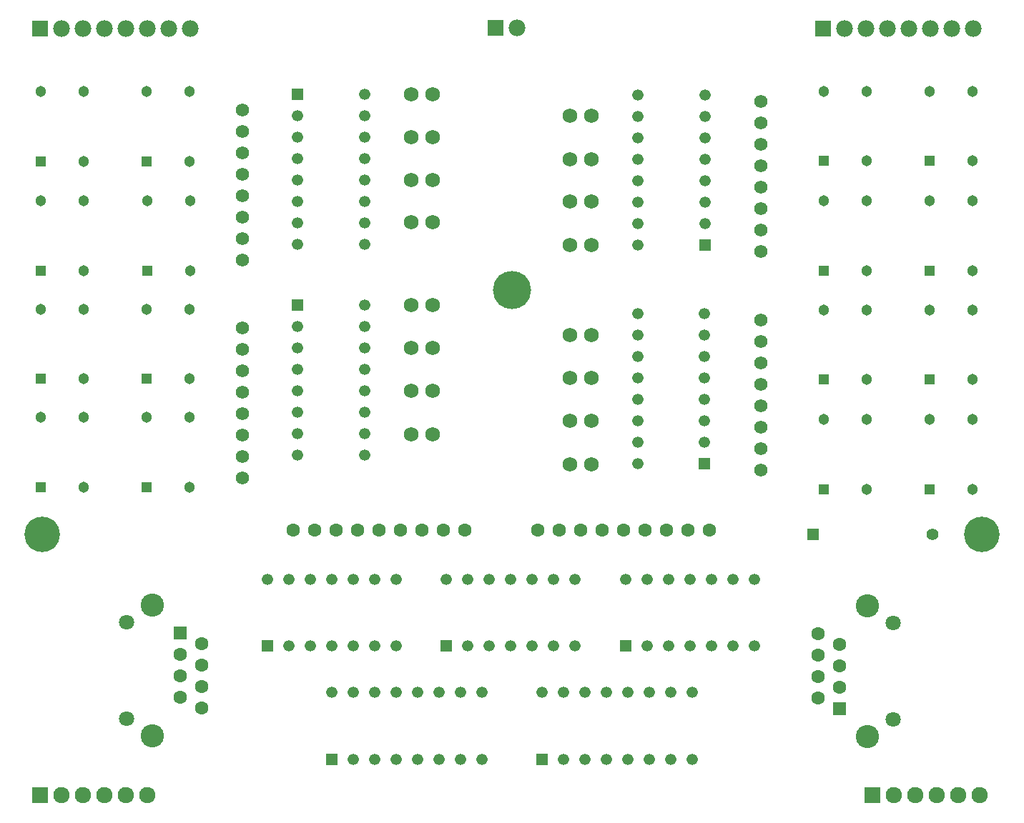
<source format=gbr>
G04*
G04 #@! TF.GenerationSoftware,Altium Limited,Altium Designer,23.7.1 (13)*
G04*
G04 Layer_Color=16711935*
%FSLAX44Y44*%
%MOMM*%
G71*
G04*
G04 #@! TF.SameCoordinates,0CFD8679-3099-4179-8082-645FB237851B*
G04*
G04*
G04 #@! TF.FilePolarity,Negative*
G04*
G01*
G75*
%ADD13C,1.7272*%
%ADD14C,4.2032*%
%ADD15C,4.5212*%
%ADD16C,1.3332*%
%ADD17C,1.3032*%
%ADD18R,1.9812X1.9812*%
%ADD19C,1.9812*%
%ADD20C,1.6002*%
%ADD21R,1.3332X1.3332*%
%ADD22R,1.3332X1.3332*%
%ADD23C,1.8032*%
%ADD24C,2.7532*%
%ADD25C,1.6032*%
%ADD26R,1.6032X1.6032*%
%ADD27C,1.5682*%
%ADD28R,1.4032X1.4032*%
%ADD29C,1.4032*%
%ADD30R,1.9282X1.9282*%
%ADD31C,1.9282*%
%ADD32R,1.3032X1.3032*%
D13*
X769620Y725621D02*
D03*
X744220D02*
D03*
X769620Y827581D02*
D03*
X744220D02*
D03*
X769438Y776601D02*
D03*
X744038D02*
D03*
X769438Y878195D02*
D03*
X744038D02*
D03*
X932180Y690083D02*
D03*
X957580D02*
D03*
X932180Y741519D02*
D03*
X957580D02*
D03*
X932180Y791941D02*
D03*
X957580D02*
D03*
X932180Y842616D02*
D03*
X957580D02*
D03*
X932180Y1102509D02*
D03*
X957580D02*
D03*
X932180Y1051612D02*
D03*
X957580D02*
D03*
X932180Y1001000D02*
D03*
X957580D02*
D03*
X932180Y949677D02*
D03*
X957580D02*
D03*
X769620Y1128580D02*
D03*
X744220D02*
D03*
Y1026728D02*
D03*
X769620D02*
D03*
X744220Y1077797D02*
D03*
X769620D02*
D03*
X744220Y976472D02*
D03*
X769620D02*
D03*
D14*
X307340Y607060D02*
D03*
X1419860D02*
D03*
D15*
X863600Y896620D02*
D03*
D16*
X609819Y1052286D02*
D03*
X1092001Y1127848D02*
D03*
Y1026248D02*
D03*
X609819Y1001486D02*
D03*
X1092001Y1077048D02*
D03*
X609819Y1103086D02*
D03*
Y950686D02*
D03*
X1092001Y975448D02*
D03*
X1091758Y766860D02*
D03*
X609819Y751314D02*
D03*
Y852914D02*
D03*
X1091758Y817660D02*
D03*
X609819Y700514D02*
D03*
X1091758Y716060D02*
D03*
X609819Y802114D02*
D03*
X1091758Y868460D02*
D03*
X1012601Y950048D02*
D03*
Y975448D02*
D03*
Y1000848D02*
D03*
Y1026248D02*
D03*
Y1051648D02*
D03*
Y1077048D02*
D03*
Y1102448D02*
D03*
Y1127848D02*
D03*
X1092001Y1102448D02*
D03*
Y1051648D02*
D03*
Y1000848D02*
D03*
X689219Y1128486D02*
D03*
Y1103086D02*
D03*
Y1077686D02*
D03*
Y1052286D02*
D03*
Y1026886D02*
D03*
Y1001486D02*
D03*
Y976086D02*
D03*
Y950686D02*
D03*
X609819Y976086D02*
D03*
Y1026886D02*
D03*
Y1077686D02*
D03*
X1091758Y741460D02*
D03*
Y792260D02*
D03*
Y843060D02*
D03*
X1012359Y868460D02*
D03*
Y843060D02*
D03*
Y817660D02*
D03*
Y792260D02*
D03*
Y766860D02*
D03*
Y741460D02*
D03*
Y716060D02*
D03*
Y690660D02*
D03*
X609819Y827514D02*
D03*
Y776714D02*
D03*
Y725914D02*
D03*
X689219Y700514D02*
D03*
Y725914D02*
D03*
Y751314D02*
D03*
Y776714D02*
D03*
Y802114D02*
D03*
Y827514D02*
D03*
Y852914D02*
D03*
Y878314D02*
D03*
X899160Y419760D02*
D03*
X924560D02*
D03*
X949960D02*
D03*
X975360D02*
D03*
X1000760D02*
D03*
X1026160D02*
D03*
X1051560D02*
D03*
X1076960D02*
D03*
Y340360D02*
D03*
X1051560D02*
D03*
X1026160D02*
D03*
X1000760D02*
D03*
X975360D02*
D03*
X949960D02*
D03*
X924560D02*
D03*
X650240Y419760D02*
D03*
X675640D02*
D03*
X701040D02*
D03*
X726440D02*
D03*
X751840D02*
D03*
X777240D02*
D03*
X802640D02*
D03*
X828040D02*
D03*
Y340360D02*
D03*
X802640D02*
D03*
X777240D02*
D03*
X751840D02*
D03*
X726440D02*
D03*
X701040D02*
D03*
X675640D02*
D03*
X998596Y553838D02*
D03*
X1023996D02*
D03*
X1049396D02*
D03*
X1074796D02*
D03*
X1100196D02*
D03*
X1125596D02*
D03*
X1150996D02*
D03*
Y474438D02*
D03*
X1125596D02*
D03*
X1100196D02*
D03*
X1074796D02*
D03*
X1049396D02*
D03*
X1023996D02*
D03*
X786158Y553838D02*
D03*
X811558D02*
D03*
X836958D02*
D03*
X862358D02*
D03*
X887758D02*
D03*
X913158D02*
D03*
X938558D02*
D03*
Y474438D02*
D03*
X913158D02*
D03*
X887758D02*
D03*
X862358D02*
D03*
X836958D02*
D03*
X811558D02*
D03*
X573876Y553838D02*
D03*
X599276D02*
D03*
X624676D02*
D03*
X650076D02*
D03*
X675476D02*
D03*
X700876D02*
D03*
X726276D02*
D03*
Y474438D02*
D03*
X700876D02*
D03*
X675476D02*
D03*
X650076D02*
D03*
X624676D02*
D03*
X599276D02*
D03*
D17*
X1408770Y1049311D02*
D03*
X356730Y919325D02*
D03*
X356730Y1048865D02*
D03*
X1408770Y660475D02*
D03*
X356730Y662785D02*
D03*
X1283830Y919503D02*
D03*
Y660475D02*
D03*
Y1049311D02*
D03*
X481670Y662785D02*
D03*
X1283830Y790437D02*
D03*
X481670Y791055D02*
D03*
X1408770Y790438D02*
D03*
X481670Y1048865D02*
D03*
X356730Y791055D02*
D03*
X1408770Y919503D02*
D03*
X482572Y919325D02*
D03*
X1408770Y742975D02*
D03*
X1357770D02*
D03*
X1283830D02*
D03*
X1232830D02*
D03*
X1283830Y872937D02*
D03*
X1232830D02*
D03*
X1408770D02*
D03*
X1357770D02*
D03*
X1408770Y1002003D02*
D03*
X1357770D02*
D03*
X1408770Y1131811D02*
D03*
X1357770D02*
D03*
X1283830Y1002003D02*
D03*
X1232830D02*
D03*
X1283830Y1131811D02*
D03*
X1232830D02*
D03*
X481670Y745285D02*
D03*
X430670D02*
D03*
X481670Y873555D02*
D03*
X430670D02*
D03*
X481670Y1131365D02*
D03*
X430670D02*
D03*
X482572Y1001825D02*
D03*
X431572D02*
D03*
X356730Y745285D02*
D03*
X305730D02*
D03*
X356730Y873555D02*
D03*
X305730D02*
D03*
X356730Y1001825D02*
D03*
X305730D02*
D03*
X356730Y1131365D02*
D03*
X305730D02*
D03*
D18*
X844500Y1206915D02*
D03*
X1231900Y1206500D02*
D03*
X304800D02*
D03*
D19*
X869900Y1206915D02*
D03*
X1257300Y1206500D02*
D03*
X1282700D02*
D03*
X1308100D02*
D03*
X1333500D02*
D03*
X1358900D02*
D03*
X1384300D02*
D03*
X1409700D02*
D03*
X330200D02*
D03*
X355600D02*
D03*
X381000D02*
D03*
X406400D02*
D03*
X431800D02*
D03*
X457200D02*
D03*
X482600D02*
D03*
D20*
X1097280Y612140D02*
D03*
X1071880D02*
D03*
X1046480D02*
D03*
X1021080D02*
D03*
X995680D02*
D03*
X970280D02*
D03*
X944880D02*
D03*
X919480D02*
D03*
X894080D02*
D03*
X604520D02*
D03*
X629920D02*
D03*
X655320D02*
D03*
X680720D02*
D03*
X706120D02*
D03*
X731520D02*
D03*
X756920D02*
D03*
X782320D02*
D03*
X807720D02*
D03*
D21*
X1092001Y950048D02*
D03*
X609819Y1128486D02*
D03*
X1091758Y690660D02*
D03*
X609819Y878314D02*
D03*
D22*
X899160Y340360D02*
D03*
X650240D02*
D03*
X998596Y474438D02*
D03*
X786158D02*
D03*
X573876D02*
D03*
D23*
X1315223Y501412D02*
D03*
Y387112D02*
D03*
X407059Y502458D02*
D03*
Y388158D02*
D03*
D24*
X1284722Y521762D02*
D03*
Y366762D02*
D03*
X437559Y522808D02*
D03*
Y367808D02*
D03*
D25*
X1226323Y488712D02*
D03*
X1251723Y476012D02*
D03*
X1226323Y463312D02*
D03*
X1251723Y450612D02*
D03*
X1226323Y437912D02*
D03*
X1251723Y425212D02*
D03*
X1226323Y412512D02*
D03*
X495959Y477058D02*
D03*
X470559Y464358D02*
D03*
X495959Y451658D02*
D03*
X470559Y438958D02*
D03*
X495959Y426258D02*
D03*
X470559Y413558D02*
D03*
X495959Y400858D02*
D03*
D26*
X1251723Y399812D02*
D03*
X470559Y489758D02*
D03*
D27*
X544196Y851455D02*
D03*
Y826055D02*
D03*
Y800655D02*
D03*
Y775255D02*
D03*
Y749855D02*
D03*
Y724455D02*
D03*
Y699055D02*
D03*
Y673655D02*
D03*
X1158240Y1120140D02*
D03*
Y1094740D02*
D03*
Y1069340D02*
D03*
Y1043940D02*
D03*
Y1018540D02*
D03*
Y993140D02*
D03*
Y967740D02*
D03*
Y942340D02*
D03*
Y861060D02*
D03*
Y835660D02*
D03*
Y810260D02*
D03*
Y784860D02*
D03*
Y759460D02*
D03*
Y734060D02*
D03*
Y708660D02*
D03*
Y683260D02*
D03*
X544301Y931465D02*
D03*
Y956865D02*
D03*
Y982265D02*
D03*
Y1007665D02*
D03*
Y1033065D02*
D03*
Y1058465D02*
D03*
Y1083865D02*
D03*
Y1109265D02*
D03*
D28*
X1220330Y607060D02*
D03*
D29*
X1361330D02*
D03*
D30*
X304509Y297571D02*
D03*
X1290773Y297809D02*
D03*
D31*
X329909Y297571D02*
D03*
X355309D02*
D03*
X380709D02*
D03*
X406109D02*
D03*
X431509D02*
D03*
X1316173Y297809D02*
D03*
X1341573D02*
D03*
X1366973D02*
D03*
X1392373D02*
D03*
X1417773D02*
D03*
D32*
X1357770Y660475D02*
D03*
X1232830D02*
D03*
Y790437D02*
D03*
X1357770Y790438D02*
D03*
Y919503D02*
D03*
Y1049311D02*
D03*
X1232830Y919503D02*
D03*
Y1049311D02*
D03*
X430670Y662785D02*
D03*
Y791055D02*
D03*
Y1048865D02*
D03*
X431572Y919325D02*
D03*
X305730Y662785D02*
D03*
Y791055D02*
D03*
Y919325D02*
D03*
Y1048865D02*
D03*
M02*

</source>
